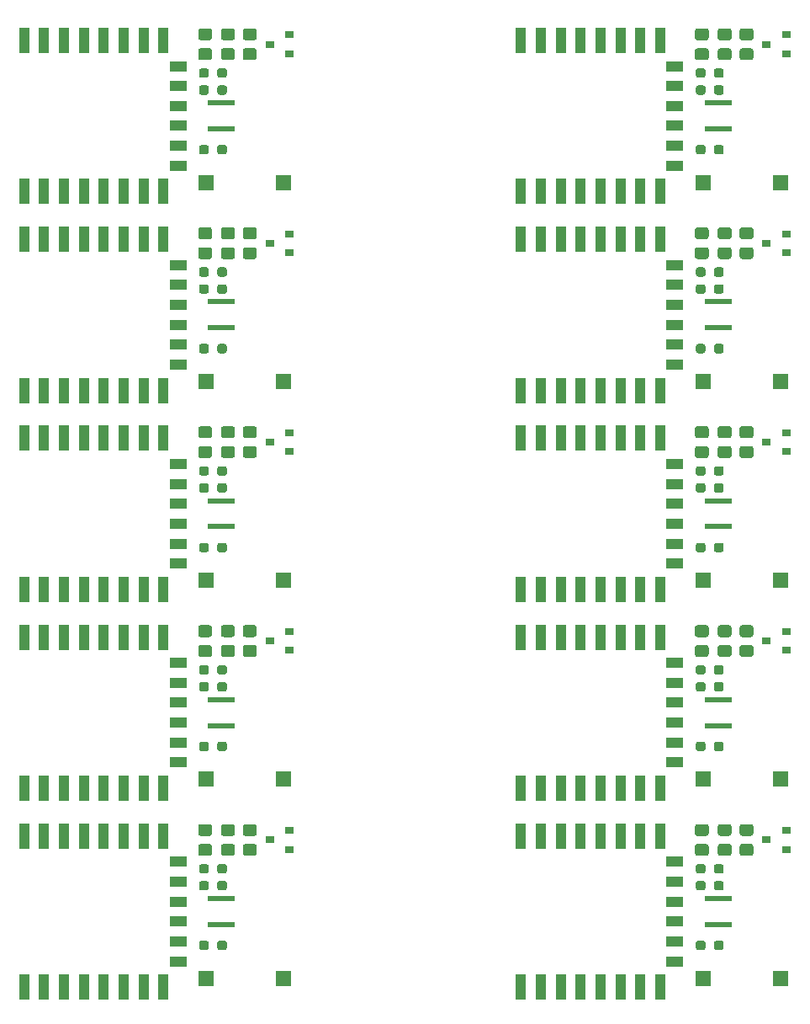
<source format=gbr>
%TF.GenerationSoftware,KiCad,Pcbnew,(5.1.9)-1*%
%TF.CreationDate,2021-12-30T17:23:27+01:00*%
%TF.ProjectId,IM350_AM550_T210_5V_V5.1,494d3335-305f-4414-9d35-35305f543231,rev?*%
%TF.SameCoordinates,Original*%
%TF.FileFunction,Paste,Top*%
%TF.FilePolarity,Positive*%
%FSLAX46Y46*%
G04 Gerber Fmt 4.6, Leading zero omitted, Abs format (unit mm)*
G04 Created by KiCad (PCBNEW (5.1.9)-1) date 2021-12-30 17:23:27*
%MOMM*%
%LPD*%
G01*
G04 APERTURE LIST*
%ADD10R,0.900000X0.800000*%
%ADD11R,1.000000X2.500000*%
%ADD12R,1.800000X1.000000*%
%ADD13R,1.500000X1.500000*%
%ADD14R,2.800000X0.600000*%
G04 APERTURE END LIST*
%TO.C,R1*%
G36*
G01*
X78175000Y-153162500D02*
X78175000Y-153637500D01*
G75*
G02*
X77937500Y-153875000I-237500J0D01*
G01*
X77437500Y-153875000D01*
G75*
G02*
X77200000Y-153637500I0J237500D01*
G01*
X77200000Y-153162500D01*
G75*
G02*
X77437500Y-152925000I237500J0D01*
G01*
X77937500Y-152925000D01*
G75*
G02*
X78175000Y-153162500I0J-237500D01*
G01*
G37*
G36*
G01*
X80000000Y-153162500D02*
X80000000Y-153637500D01*
G75*
G02*
X79762500Y-153875000I-237500J0D01*
G01*
X79262500Y-153875000D01*
G75*
G02*
X79025000Y-153637500I0J237500D01*
G01*
X79025000Y-153162500D01*
G75*
G02*
X79262500Y-152925000I237500J0D01*
G01*
X79762500Y-152925000D01*
G75*
G02*
X80000000Y-153162500I0J-237500D01*
G01*
G37*
%TD*%
%TO.C,R8*%
G36*
G01*
X81849999Y-143200000D02*
X82750001Y-143200000D01*
G75*
G02*
X83000000Y-143449999I0J-249999D01*
G01*
X83000000Y-144150001D01*
G75*
G02*
X82750001Y-144400000I-249999J0D01*
G01*
X81849999Y-144400000D01*
G75*
G02*
X81600000Y-144150001I0J249999D01*
G01*
X81600000Y-143449999D01*
G75*
G02*
X81849999Y-143200000I249999J0D01*
G01*
G37*
G36*
G01*
X81849999Y-141200000D02*
X82750001Y-141200000D01*
G75*
G02*
X83000000Y-141449999I0J-249999D01*
G01*
X83000000Y-142150001D01*
G75*
G02*
X82750001Y-142400000I-249999J0D01*
G01*
X81849999Y-142400000D01*
G75*
G02*
X81600000Y-142150001I0J249999D01*
G01*
X81600000Y-141449999D01*
G75*
G02*
X81849999Y-141200000I249999J0D01*
G01*
G37*
%TD*%
%TO.C,R3*%
G36*
G01*
X78250001Y-144400000D02*
X77349999Y-144400000D01*
G75*
G02*
X77100000Y-144150001I0J249999D01*
G01*
X77100000Y-143449999D01*
G75*
G02*
X77349999Y-143200000I249999J0D01*
G01*
X78250001Y-143200000D01*
G75*
G02*
X78500000Y-143449999I0J-249999D01*
G01*
X78500000Y-144150001D01*
G75*
G02*
X78250001Y-144400000I-249999J0D01*
G01*
G37*
G36*
G01*
X78250001Y-142400000D02*
X77349999Y-142400000D01*
G75*
G02*
X77100000Y-142150001I0J249999D01*
G01*
X77100000Y-141449999D01*
G75*
G02*
X77349999Y-141200000I249999J0D01*
G01*
X78250001Y-141200000D01*
G75*
G02*
X78500000Y-141449999I0J-249999D01*
G01*
X78500000Y-142150001D01*
G75*
G02*
X78250001Y-142400000I-249999J0D01*
G01*
G37*
%TD*%
D10*
%TO.C,Q1*%
X86300000Y-143750000D03*
X86300000Y-141850000D03*
X84300000Y-142800000D03*
%TD*%
%TO.C,Q1*%
X134300000Y-142800000D03*
X136300000Y-141850000D03*
X136300000Y-143750000D03*
%TD*%
%TO.C,R3*%
G36*
G01*
X128250001Y-142400000D02*
X127349999Y-142400000D01*
G75*
G02*
X127100000Y-142150001I0J249999D01*
G01*
X127100000Y-141449999D01*
G75*
G02*
X127349999Y-141200000I249999J0D01*
G01*
X128250001Y-141200000D01*
G75*
G02*
X128500000Y-141449999I0J-249999D01*
G01*
X128500000Y-142150001D01*
G75*
G02*
X128250001Y-142400000I-249999J0D01*
G01*
G37*
G36*
G01*
X128250001Y-144400000D02*
X127349999Y-144400000D01*
G75*
G02*
X127100000Y-144150001I0J249999D01*
G01*
X127100000Y-143449999D01*
G75*
G02*
X127349999Y-143200000I249999J0D01*
G01*
X128250001Y-143200000D01*
G75*
G02*
X128500000Y-143449999I0J-249999D01*
G01*
X128500000Y-144150001D01*
G75*
G02*
X128250001Y-144400000I-249999J0D01*
G01*
G37*
%TD*%
D11*
%TO.C,U2*%
X109600000Y-142400000D03*
X111600000Y-142400000D03*
X113600000Y-142400000D03*
X115600000Y-142400000D03*
X117600000Y-142400000D03*
X119600000Y-142400000D03*
X121600000Y-142400000D03*
X123600000Y-142400000D03*
D12*
X125100000Y-145000000D03*
X125100000Y-147000000D03*
X125100000Y-149000000D03*
X125100000Y-151000000D03*
X125100000Y-153000000D03*
X125100000Y-155000000D03*
D11*
X123600000Y-157600000D03*
X121600000Y-157600000D03*
X119600000Y-157600000D03*
X117600000Y-157600000D03*
X115600000Y-157600000D03*
X113600000Y-157600000D03*
X111600000Y-157600000D03*
X109600000Y-157600000D03*
%TD*%
%TO.C,R7*%
G36*
G01*
X127200000Y-147637500D02*
X127200000Y-147162500D01*
G75*
G02*
X127437500Y-146925000I237500J0D01*
G01*
X127937500Y-146925000D01*
G75*
G02*
X128175000Y-147162500I0J-237500D01*
G01*
X128175000Y-147637500D01*
G75*
G02*
X127937500Y-147875000I-237500J0D01*
G01*
X127437500Y-147875000D01*
G75*
G02*
X127200000Y-147637500I0J237500D01*
G01*
G37*
G36*
G01*
X129025000Y-147637500D02*
X129025000Y-147162500D01*
G75*
G02*
X129262500Y-146925000I237500J0D01*
G01*
X129762500Y-146925000D01*
G75*
G02*
X130000000Y-147162500I0J-237500D01*
G01*
X130000000Y-147637500D01*
G75*
G02*
X129762500Y-147875000I-237500J0D01*
G01*
X129262500Y-147875000D01*
G75*
G02*
X129025000Y-147637500I0J237500D01*
G01*
G37*
%TD*%
%TO.C,R9*%
G36*
G01*
X129649999Y-143200000D02*
X130550001Y-143200000D01*
G75*
G02*
X130800000Y-143449999I0J-249999D01*
G01*
X130800000Y-144150001D01*
G75*
G02*
X130550001Y-144400000I-249999J0D01*
G01*
X129649999Y-144400000D01*
G75*
G02*
X129400000Y-144150001I0J249999D01*
G01*
X129400000Y-143449999D01*
G75*
G02*
X129649999Y-143200000I249999J0D01*
G01*
G37*
G36*
G01*
X129649999Y-141200000D02*
X130550001Y-141200000D01*
G75*
G02*
X130800000Y-141449999I0J-249999D01*
G01*
X130800000Y-142150001D01*
G75*
G02*
X130550001Y-142400000I-249999J0D01*
G01*
X129649999Y-142400000D01*
G75*
G02*
X129400000Y-142150001I0J249999D01*
G01*
X129400000Y-141449999D01*
G75*
G02*
X129649999Y-141200000I249999J0D01*
G01*
G37*
%TD*%
%TO.C,R2*%
G36*
G01*
X128175000Y-145462500D02*
X128175000Y-145937500D01*
G75*
G02*
X127937500Y-146175000I-237500J0D01*
G01*
X127437500Y-146175000D01*
G75*
G02*
X127200000Y-145937500I0J237500D01*
G01*
X127200000Y-145462500D01*
G75*
G02*
X127437500Y-145225000I237500J0D01*
G01*
X127937500Y-145225000D01*
G75*
G02*
X128175000Y-145462500I0J-237500D01*
G01*
G37*
G36*
G01*
X130000000Y-145462500D02*
X130000000Y-145937500D01*
G75*
G02*
X129762500Y-146175000I-237500J0D01*
G01*
X129262500Y-146175000D01*
G75*
G02*
X129025000Y-145937500I0J237500D01*
G01*
X129025000Y-145462500D01*
G75*
G02*
X129262500Y-145225000I237500J0D01*
G01*
X129762500Y-145225000D01*
G75*
G02*
X130000000Y-145462500I0J-237500D01*
G01*
G37*
%TD*%
%TO.C,R7*%
G36*
G01*
X79025000Y-147637500D02*
X79025000Y-147162500D01*
G75*
G02*
X79262500Y-146925000I237500J0D01*
G01*
X79762500Y-146925000D01*
G75*
G02*
X80000000Y-147162500I0J-237500D01*
G01*
X80000000Y-147637500D01*
G75*
G02*
X79762500Y-147875000I-237500J0D01*
G01*
X79262500Y-147875000D01*
G75*
G02*
X79025000Y-147637500I0J237500D01*
G01*
G37*
G36*
G01*
X77200000Y-147637500D02*
X77200000Y-147162500D01*
G75*
G02*
X77437500Y-146925000I237500J0D01*
G01*
X77937500Y-146925000D01*
G75*
G02*
X78175000Y-147162500I0J-237500D01*
G01*
X78175000Y-147637500D01*
G75*
G02*
X77937500Y-147875000I-237500J0D01*
G01*
X77437500Y-147875000D01*
G75*
G02*
X77200000Y-147637500I0J237500D01*
G01*
G37*
%TD*%
%TO.C,R2*%
G36*
G01*
X80000000Y-145462500D02*
X80000000Y-145937500D01*
G75*
G02*
X79762500Y-146175000I-237500J0D01*
G01*
X79262500Y-146175000D01*
G75*
G02*
X79025000Y-145937500I0J237500D01*
G01*
X79025000Y-145462500D01*
G75*
G02*
X79262500Y-145225000I237500J0D01*
G01*
X79762500Y-145225000D01*
G75*
G02*
X80000000Y-145462500I0J-237500D01*
G01*
G37*
G36*
G01*
X78175000Y-145462500D02*
X78175000Y-145937500D01*
G75*
G02*
X77937500Y-146175000I-237500J0D01*
G01*
X77437500Y-146175000D01*
G75*
G02*
X77200000Y-145937500I0J237500D01*
G01*
X77200000Y-145462500D01*
G75*
G02*
X77437500Y-145225000I237500J0D01*
G01*
X77937500Y-145225000D01*
G75*
G02*
X78175000Y-145462500I0J-237500D01*
G01*
G37*
%TD*%
%TO.C,U2*%
X59600000Y-157600000D03*
X61600000Y-157600000D03*
X63600000Y-157600000D03*
X65600000Y-157600000D03*
X67600000Y-157600000D03*
X69600000Y-157600000D03*
X71600000Y-157600000D03*
X73600000Y-157600000D03*
D12*
X75100000Y-155000000D03*
X75100000Y-153000000D03*
X75100000Y-151000000D03*
X75100000Y-149000000D03*
X75100000Y-147000000D03*
X75100000Y-145000000D03*
D11*
X73600000Y-142400000D03*
X71600000Y-142400000D03*
X69600000Y-142400000D03*
X67600000Y-142400000D03*
X65600000Y-142400000D03*
X63600000Y-142400000D03*
X61600000Y-142400000D03*
X59600000Y-142400000D03*
%TD*%
%TO.C,R1*%
G36*
G01*
X130000000Y-153162500D02*
X130000000Y-153637500D01*
G75*
G02*
X129762500Y-153875000I-237500J0D01*
G01*
X129262500Y-153875000D01*
G75*
G02*
X129025000Y-153637500I0J237500D01*
G01*
X129025000Y-153162500D01*
G75*
G02*
X129262500Y-152925000I237500J0D01*
G01*
X129762500Y-152925000D01*
G75*
G02*
X130000000Y-153162500I0J-237500D01*
G01*
G37*
G36*
G01*
X128175000Y-153162500D02*
X128175000Y-153637500D01*
G75*
G02*
X127937500Y-153875000I-237500J0D01*
G01*
X127437500Y-153875000D01*
G75*
G02*
X127200000Y-153637500I0J237500D01*
G01*
X127200000Y-153162500D01*
G75*
G02*
X127437500Y-152925000I237500J0D01*
G01*
X127937500Y-152925000D01*
G75*
G02*
X128175000Y-153162500I0J-237500D01*
G01*
G37*
%TD*%
D13*
%TO.C,SW1*%
X127900000Y-156700000D03*
X135700000Y-156700000D03*
%TD*%
D14*
%TO.C,J1*%
X129450000Y-151300000D03*
X129450000Y-148700000D03*
%TD*%
%TO.C,R9*%
G36*
G01*
X79649999Y-141200000D02*
X80550001Y-141200000D01*
G75*
G02*
X80800000Y-141449999I0J-249999D01*
G01*
X80800000Y-142150001D01*
G75*
G02*
X80550001Y-142400000I-249999J0D01*
G01*
X79649999Y-142400000D01*
G75*
G02*
X79400000Y-142150001I0J249999D01*
G01*
X79400000Y-141449999D01*
G75*
G02*
X79649999Y-141200000I249999J0D01*
G01*
G37*
G36*
G01*
X79649999Y-143200000D02*
X80550001Y-143200000D01*
G75*
G02*
X80800000Y-143449999I0J-249999D01*
G01*
X80800000Y-144150001D01*
G75*
G02*
X80550001Y-144400000I-249999J0D01*
G01*
X79649999Y-144400000D01*
G75*
G02*
X79400000Y-144150001I0J249999D01*
G01*
X79400000Y-143449999D01*
G75*
G02*
X79649999Y-143200000I249999J0D01*
G01*
G37*
%TD*%
%TO.C,R8*%
G36*
G01*
X131849999Y-141200000D02*
X132750001Y-141200000D01*
G75*
G02*
X133000000Y-141449999I0J-249999D01*
G01*
X133000000Y-142150001D01*
G75*
G02*
X132750001Y-142400000I-249999J0D01*
G01*
X131849999Y-142400000D01*
G75*
G02*
X131600000Y-142150001I0J249999D01*
G01*
X131600000Y-141449999D01*
G75*
G02*
X131849999Y-141200000I249999J0D01*
G01*
G37*
G36*
G01*
X131849999Y-143200000D02*
X132750001Y-143200000D01*
G75*
G02*
X133000000Y-143449999I0J-249999D01*
G01*
X133000000Y-144150001D01*
G75*
G02*
X132750001Y-144400000I-249999J0D01*
G01*
X131849999Y-144400000D01*
G75*
G02*
X131600000Y-144150001I0J249999D01*
G01*
X131600000Y-143449999D01*
G75*
G02*
X131849999Y-143200000I249999J0D01*
G01*
G37*
%TD*%
%TO.C,J1*%
X79450000Y-148700000D03*
X79450000Y-151300000D03*
%TD*%
D13*
%TO.C,SW1*%
X85700000Y-156700000D03*
X77900000Y-156700000D03*
%TD*%
D10*
%TO.C,Q1*%
X136300000Y-123750000D03*
X136300000Y-121850000D03*
X134300000Y-122800000D03*
%TD*%
%TO.C,R3*%
G36*
G01*
X128250001Y-124400000D02*
X127349999Y-124400000D01*
G75*
G02*
X127100000Y-124150001I0J249999D01*
G01*
X127100000Y-123449999D01*
G75*
G02*
X127349999Y-123200000I249999J0D01*
G01*
X128250001Y-123200000D01*
G75*
G02*
X128500000Y-123449999I0J-249999D01*
G01*
X128500000Y-124150001D01*
G75*
G02*
X128250001Y-124400000I-249999J0D01*
G01*
G37*
G36*
G01*
X128250001Y-122400000D02*
X127349999Y-122400000D01*
G75*
G02*
X127100000Y-122150001I0J249999D01*
G01*
X127100000Y-121449999D01*
G75*
G02*
X127349999Y-121200000I249999J0D01*
G01*
X128250001Y-121200000D01*
G75*
G02*
X128500000Y-121449999I0J-249999D01*
G01*
X128500000Y-122150001D01*
G75*
G02*
X128250001Y-122400000I-249999J0D01*
G01*
G37*
%TD*%
%TO.C,R9*%
G36*
G01*
X79649999Y-123200000D02*
X80550001Y-123200000D01*
G75*
G02*
X80800000Y-123449999I0J-249999D01*
G01*
X80800000Y-124150001D01*
G75*
G02*
X80550001Y-124400000I-249999J0D01*
G01*
X79649999Y-124400000D01*
G75*
G02*
X79400000Y-124150001I0J249999D01*
G01*
X79400000Y-123449999D01*
G75*
G02*
X79649999Y-123200000I249999J0D01*
G01*
G37*
G36*
G01*
X79649999Y-121200000D02*
X80550001Y-121200000D01*
G75*
G02*
X80800000Y-121449999I0J-249999D01*
G01*
X80800000Y-122150001D01*
G75*
G02*
X80550001Y-122400000I-249999J0D01*
G01*
X79649999Y-122400000D01*
G75*
G02*
X79400000Y-122150001I0J249999D01*
G01*
X79400000Y-121449999D01*
G75*
G02*
X79649999Y-121200000I249999J0D01*
G01*
G37*
%TD*%
D13*
%TO.C,SW1*%
X135700000Y-136700000D03*
X127900000Y-136700000D03*
%TD*%
%TO.C,R7*%
G36*
G01*
X129025000Y-127637500D02*
X129025000Y-127162500D01*
G75*
G02*
X129262500Y-126925000I237500J0D01*
G01*
X129762500Y-126925000D01*
G75*
G02*
X130000000Y-127162500I0J-237500D01*
G01*
X130000000Y-127637500D01*
G75*
G02*
X129762500Y-127875000I-237500J0D01*
G01*
X129262500Y-127875000D01*
G75*
G02*
X129025000Y-127637500I0J237500D01*
G01*
G37*
G36*
G01*
X127200000Y-127637500D02*
X127200000Y-127162500D01*
G75*
G02*
X127437500Y-126925000I237500J0D01*
G01*
X127937500Y-126925000D01*
G75*
G02*
X128175000Y-127162500I0J-237500D01*
G01*
X128175000Y-127637500D01*
G75*
G02*
X127937500Y-127875000I-237500J0D01*
G01*
X127437500Y-127875000D01*
G75*
G02*
X127200000Y-127637500I0J237500D01*
G01*
G37*
%TD*%
%TO.C,R2*%
G36*
G01*
X130000000Y-125462500D02*
X130000000Y-125937500D01*
G75*
G02*
X129762500Y-126175000I-237500J0D01*
G01*
X129262500Y-126175000D01*
G75*
G02*
X129025000Y-125937500I0J237500D01*
G01*
X129025000Y-125462500D01*
G75*
G02*
X129262500Y-125225000I237500J0D01*
G01*
X129762500Y-125225000D01*
G75*
G02*
X130000000Y-125462500I0J-237500D01*
G01*
G37*
G36*
G01*
X128175000Y-125462500D02*
X128175000Y-125937500D01*
G75*
G02*
X127937500Y-126175000I-237500J0D01*
G01*
X127437500Y-126175000D01*
G75*
G02*
X127200000Y-125937500I0J237500D01*
G01*
X127200000Y-125462500D01*
G75*
G02*
X127437500Y-125225000I237500J0D01*
G01*
X127937500Y-125225000D01*
G75*
G02*
X128175000Y-125462500I0J-237500D01*
G01*
G37*
%TD*%
%TO.C,R1*%
G36*
G01*
X128175000Y-133162500D02*
X128175000Y-133637500D01*
G75*
G02*
X127937500Y-133875000I-237500J0D01*
G01*
X127437500Y-133875000D01*
G75*
G02*
X127200000Y-133637500I0J237500D01*
G01*
X127200000Y-133162500D01*
G75*
G02*
X127437500Y-132925000I237500J0D01*
G01*
X127937500Y-132925000D01*
G75*
G02*
X128175000Y-133162500I0J-237500D01*
G01*
G37*
G36*
G01*
X130000000Y-133162500D02*
X130000000Y-133637500D01*
G75*
G02*
X129762500Y-133875000I-237500J0D01*
G01*
X129262500Y-133875000D01*
G75*
G02*
X129025000Y-133637500I0J237500D01*
G01*
X129025000Y-133162500D01*
G75*
G02*
X129262500Y-132925000I237500J0D01*
G01*
X129762500Y-132925000D01*
G75*
G02*
X130000000Y-133162500I0J-237500D01*
G01*
G37*
%TD*%
D14*
%TO.C,J1*%
X129450000Y-128700000D03*
X129450000Y-131300000D03*
%TD*%
%TO.C,R9*%
G36*
G01*
X129649999Y-121200000D02*
X130550001Y-121200000D01*
G75*
G02*
X130800000Y-121449999I0J-249999D01*
G01*
X130800000Y-122150001D01*
G75*
G02*
X130550001Y-122400000I-249999J0D01*
G01*
X129649999Y-122400000D01*
G75*
G02*
X129400000Y-122150001I0J249999D01*
G01*
X129400000Y-121449999D01*
G75*
G02*
X129649999Y-121200000I249999J0D01*
G01*
G37*
G36*
G01*
X129649999Y-123200000D02*
X130550001Y-123200000D01*
G75*
G02*
X130800000Y-123449999I0J-249999D01*
G01*
X130800000Y-124150001D01*
G75*
G02*
X130550001Y-124400000I-249999J0D01*
G01*
X129649999Y-124400000D01*
G75*
G02*
X129400000Y-124150001I0J249999D01*
G01*
X129400000Y-123449999D01*
G75*
G02*
X129649999Y-123200000I249999J0D01*
G01*
G37*
%TD*%
D11*
%TO.C,U2*%
X109600000Y-137600000D03*
X111600000Y-137600000D03*
X113600000Y-137600000D03*
X115600000Y-137600000D03*
X117600000Y-137600000D03*
X119600000Y-137600000D03*
X121600000Y-137600000D03*
X123600000Y-137600000D03*
D12*
X125100000Y-135000000D03*
X125100000Y-133000000D03*
X125100000Y-131000000D03*
X125100000Y-129000000D03*
X125100000Y-127000000D03*
X125100000Y-125000000D03*
D11*
X123600000Y-122400000D03*
X121600000Y-122400000D03*
X119600000Y-122400000D03*
X117600000Y-122400000D03*
X115600000Y-122400000D03*
X113600000Y-122400000D03*
X111600000Y-122400000D03*
X109600000Y-122400000D03*
%TD*%
%TO.C,R8*%
G36*
G01*
X131849999Y-123200000D02*
X132750001Y-123200000D01*
G75*
G02*
X133000000Y-123449999I0J-249999D01*
G01*
X133000000Y-124150001D01*
G75*
G02*
X132750001Y-124400000I-249999J0D01*
G01*
X131849999Y-124400000D01*
G75*
G02*
X131600000Y-124150001I0J249999D01*
G01*
X131600000Y-123449999D01*
G75*
G02*
X131849999Y-123200000I249999J0D01*
G01*
G37*
G36*
G01*
X131849999Y-121200000D02*
X132750001Y-121200000D01*
G75*
G02*
X133000000Y-121449999I0J-249999D01*
G01*
X133000000Y-122150001D01*
G75*
G02*
X132750001Y-122400000I-249999J0D01*
G01*
X131849999Y-122400000D01*
G75*
G02*
X131600000Y-122150001I0J249999D01*
G01*
X131600000Y-121449999D01*
G75*
G02*
X131849999Y-121200000I249999J0D01*
G01*
G37*
%TD*%
%TO.C,R7*%
G36*
G01*
X77200000Y-127637500D02*
X77200000Y-127162500D01*
G75*
G02*
X77437500Y-126925000I237500J0D01*
G01*
X77937500Y-126925000D01*
G75*
G02*
X78175000Y-127162500I0J-237500D01*
G01*
X78175000Y-127637500D01*
G75*
G02*
X77937500Y-127875000I-237500J0D01*
G01*
X77437500Y-127875000D01*
G75*
G02*
X77200000Y-127637500I0J237500D01*
G01*
G37*
G36*
G01*
X79025000Y-127637500D02*
X79025000Y-127162500D01*
G75*
G02*
X79262500Y-126925000I237500J0D01*
G01*
X79762500Y-126925000D01*
G75*
G02*
X80000000Y-127162500I0J-237500D01*
G01*
X80000000Y-127637500D01*
G75*
G02*
X79762500Y-127875000I-237500J0D01*
G01*
X79262500Y-127875000D01*
G75*
G02*
X79025000Y-127637500I0J237500D01*
G01*
G37*
%TD*%
%TO.C,U2*%
X59600000Y-122400000D03*
X61600000Y-122400000D03*
X63600000Y-122400000D03*
X65600000Y-122400000D03*
X67600000Y-122400000D03*
X69600000Y-122400000D03*
X71600000Y-122400000D03*
X73600000Y-122400000D03*
D12*
X75100000Y-125000000D03*
X75100000Y-127000000D03*
X75100000Y-129000000D03*
X75100000Y-131000000D03*
X75100000Y-133000000D03*
X75100000Y-135000000D03*
D11*
X73600000Y-137600000D03*
X71600000Y-137600000D03*
X69600000Y-137600000D03*
X67600000Y-137600000D03*
X65600000Y-137600000D03*
X63600000Y-137600000D03*
X61600000Y-137600000D03*
X59600000Y-137600000D03*
%TD*%
%TO.C,R2*%
G36*
G01*
X78175000Y-125462500D02*
X78175000Y-125937500D01*
G75*
G02*
X77937500Y-126175000I-237500J0D01*
G01*
X77437500Y-126175000D01*
G75*
G02*
X77200000Y-125937500I0J237500D01*
G01*
X77200000Y-125462500D01*
G75*
G02*
X77437500Y-125225000I237500J0D01*
G01*
X77937500Y-125225000D01*
G75*
G02*
X78175000Y-125462500I0J-237500D01*
G01*
G37*
G36*
G01*
X80000000Y-125462500D02*
X80000000Y-125937500D01*
G75*
G02*
X79762500Y-126175000I-237500J0D01*
G01*
X79262500Y-126175000D01*
G75*
G02*
X79025000Y-125937500I0J237500D01*
G01*
X79025000Y-125462500D01*
G75*
G02*
X79262500Y-125225000I237500J0D01*
G01*
X79762500Y-125225000D01*
G75*
G02*
X80000000Y-125462500I0J-237500D01*
G01*
G37*
%TD*%
D13*
%TO.C,SW1*%
X77900000Y-136700000D03*
X85700000Y-136700000D03*
%TD*%
D14*
%TO.C,J1*%
X79450000Y-131300000D03*
X79450000Y-128700000D03*
%TD*%
%TO.C,R8*%
G36*
G01*
X81849999Y-121200000D02*
X82750001Y-121200000D01*
G75*
G02*
X83000000Y-121449999I0J-249999D01*
G01*
X83000000Y-122150001D01*
G75*
G02*
X82750001Y-122400000I-249999J0D01*
G01*
X81849999Y-122400000D01*
G75*
G02*
X81600000Y-122150001I0J249999D01*
G01*
X81600000Y-121449999D01*
G75*
G02*
X81849999Y-121200000I249999J0D01*
G01*
G37*
G36*
G01*
X81849999Y-123200000D02*
X82750001Y-123200000D01*
G75*
G02*
X83000000Y-123449999I0J-249999D01*
G01*
X83000000Y-124150001D01*
G75*
G02*
X82750001Y-124400000I-249999J0D01*
G01*
X81849999Y-124400000D01*
G75*
G02*
X81600000Y-124150001I0J249999D01*
G01*
X81600000Y-123449999D01*
G75*
G02*
X81849999Y-123200000I249999J0D01*
G01*
G37*
%TD*%
%TO.C,R1*%
G36*
G01*
X80000000Y-133162500D02*
X80000000Y-133637500D01*
G75*
G02*
X79762500Y-133875000I-237500J0D01*
G01*
X79262500Y-133875000D01*
G75*
G02*
X79025000Y-133637500I0J237500D01*
G01*
X79025000Y-133162500D01*
G75*
G02*
X79262500Y-132925000I237500J0D01*
G01*
X79762500Y-132925000D01*
G75*
G02*
X80000000Y-133162500I0J-237500D01*
G01*
G37*
G36*
G01*
X78175000Y-133162500D02*
X78175000Y-133637500D01*
G75*
G02*
X77937500Y-133875000I-237500J0D01*
G01*
X77437500Y-133875000D01*
G75*
G02*
X77200000Y-133637500I0J237500D01*
G01*
X77200000Y-133162500D01*
G75*
G02*
X77437500Y-132925000I237500J0D01*
G01*
X77937500Y-132925000D01*
G75*
G02*
X78175000Y-133162500I0J-237500D01*
G01*
G37*
%TD*%
%TO.C,R3*%
G36*
G01*
X78250001Y-122400000D02*
X77349999Y-122400000D01*
G75*
G02*
X77100000Y-122150001I0J249999D01*
G01*
X77100000Y-121449999D01*
G75*
G02*
X77349999Y-121200000I249999J0D01*
G01*
X78250001Y-121200000D01*
G75*
G02*
X78500000Y-121449999I0J-249999D01*
G01*
X78500000Y-122150001D01*
G75*
G02*
X78250001Y-122400000I-249999J0D01*
G01*
G37*
G36*
G01*
X78250001Y-124400000D02*
X77349999Y-124400000D01*
G75*
G02*
X77100000Y-124150001I0J249999D01*
G01*
X77100000Y-123449999D01*
G75*
G02*
X77349999Y-123200000I249999J0D01*
G01*
X78250001Y-123200000D01*
G75*
G02*
X78500000Y-123449999I0J-249999D01*
G01*
X78500000Y-124150001D01*
G75*
G02*
X78250001Y-124400000I-249999J0D01*
G01*
G37*
%TD*%
D10*
%TO.C,Q1*%
X84300000Y-122800000D03*
X86300000Y-121850000D03*
X86300000Y-123750000D03*
%TD*%
%TO.C,R2*%
G36*
G01*
X80000000Y-105462500D02*
X80000000Y-105937500D01*
G75*
G02*
X79762500Y-106175000I-237500J0D01*
G01*
X79262500Y-106175000D01*
G75*
G02*
X79025000Y-105937500I0J237500D01*
G01*
X79025000Y-105462500D01*
G75*
G02*
X79262500Y-105225000I237500J0D01*
G01*
X79762500Y-105225000D01*
G75*
G02*
X80000000Y-105462500I0J-237500D01*
G01*
G37*
G36*
G01*
X78175000Y-105462500D02*
X78175000Y-105937500D01*
G75*
G02*
X77937500Y-106175000I-237500J0D01*
G01*
X77437500Y-106175000D01*
G75*
G02*
X77200000Y-105937500I0J237500D01*
G01*
X77200000Y-105462500D01*
G75*
G02*
X77437500Y-105225000I237500J0D01*
G01*
X77937500Y-105225000D01*
G75*
G02*
X78175000Y-105462500I0J-237500D01*
G01*
G37*
%TD*%
D13*
%TO.C,SW1*%
X85700000Y-116700000D03*
X77900000Y-116700000D03*
%TD*%
D14*
%TO.C,J1*%
X79450000Y-108700000D03*
X79450000Y-111300000D03*
%TD*%
%TO.C,R8*%
G36*
G01*
X81849999Y-103200000D02*
X82750001Y-103200000D01*
G75*
G02*
X83000000Y-103449999I0J-249999D01*
G01*
X83000000Y-104150001D01*
G75*
G02*
X82750001Y-104400000I-249999J0D01*
G01*
X81849999Y-104400000D01*
G75*
G02*
X81600000Y-104150001I0J249999D01*
G01*
X81600000Y-103449999D01*
G75*
G02*
X81849999Y-103200000I249999J0D01*
G01*
G37*
G36*
G01*
X81849999Y-101200000D02*
X82750001Y-101200000D01*
G75*
G02*
X83000000Y-101449999I0J-249999D01*
G01*
X83000000Y-102150001D01*
G75*
G02*
X82750001Y-102400000I-249999J0D01*
G01*
X81849999Y-102400000D01*
G75*
G02*
X81600000Y-102150001I0J249999D01*
G01*
X81600000Y-101449999D01*
G75*
G02*
X81849999Y-101200000I249999J0D01*
G01*
G37*
%TD*%
%TO.C,R7*%
G36*
G01*
X79025000Y-107637500D02*
X79025000Y-107162500D01*
G75*
G02*
X79262500Y-106925000I237500J0D01*
G01*
X79762500Y-106925000D01*
G75*
G02*
X80000000Y-107162500I0J-237500D01*
G01*
X80000000Y-107637500D01*
G75*
G02*
X79762500Y-107875000I-237500J0D01*
G01*
X79262500Y-107875000D01*
G75*
G02*
X79025000Y-107637500I0J237500D01*
G01*
G37*
G36*
G01*
X77200000Y-107637500D02*
X77200000Y-107162500D01*
G75*
G02*
X77437500Y-106925000I237500J0D01*
G01*
X77937500Y-106925000D01*
G75*
G02*
X78175000Y-107162500I0J-237500D01*
G01*
X78175000Y-107637500D01*
G75*
G02*
X77937500Y-107875000I-237500J0D01*
G01*
X77437500Y-107875000D01*
G75*
G02*
X77200000Y-107637500I0J237500D01*
G01*
G37*
%TD*%
D11*
%TO.C,U2*%
X59600000Y-117600000D03*
X61600000Y-117600000D03*
X63600000Y-117600000D03*
X65600000Y-117600000D03*
X67600000Y-117600000D03*
X69600000Y-117600000D03*
X71600000Y-117600000D03*
X73600000Y-117600000D03*
D12*
X75100000Y-115000000D03*
X75100000Y-113000000D03*
X75100000Y-111000000D03*
X75100000Y-109000000D03*
X75100000Y-107000000D03*
X75100000Y-105000000D03*
D11*
X73600000Y-102400000D03*
X71600000Y-102400000D03*
X69600000Y-102400000D03*
X67600000Y-102400000D03*
X65600000Y-102400000D03*
X63600000Y-102400000D03*
X61600000Y-102400000D03*
X59600000Y-102400000D03*
%TD*%
%TO.C,R1*%
G36*
G01*
X78175000Y-113162500D02*
X78175000Y-113637500D01*
G75*
G02*
X77937500Y-113875000I-237500J0D01*
G01*
X77437500Y-113875000D01*
G75*
G02*
X77200000Y-113637500I0J237500D01*
G01*
X77200000Y-113162500D01*
G75*
G02*
X77437500Y-112925000I237500J0D01*
G01*
X77937500Y-112925000D01*
G75*
G02*
X78175000Y-113162500I0J-237500D01*
G01*
G37*
G36*
G01*
X80000000Y-113162500D02*
X80000000Y-113637500D01*
G75*
G02*
X79762500Y-113875000I-237500J0D01*
G01*
X79262500Y-113875000D01*
G75*
G02*
X79025000Y-113637500I0J237500D01*
G01*
X79025000Y-113162500D01*
G75*
G02*
X79262500Y-112925000I237500J0D01*
G01*
X79762500Y-112925000D01*
G75*
G02*
X80000000Y-113162500I0J-237500D01*
G01*
G37*
%TD*%
%TO.C,R3*%
G36*
G01*
X78250001Y-104400000D02*
X77349999Y-104400000D01*
G75*
G02*
X77100000Y-104150001I0J249999D01*
G01*
X77100000Y-103449999D01*
G75*
G02*
X77349999Y-103200000I249999J0D01*
G01*
X78250001Y-103200000D01*
G75*
G02*
X78500000Y-103449999I0J-249999D01*
G01*
X78500000Y-104150001D01*
G75*
G02*
X78250001Y-104400000I-249999J0D01*
G01*
G37*
G36*
G01*
X78250001Y-102400000D02*
X77349999Y-102400000D01*
G75*
G02*
X77100000Y-102150001I0J249999D01*
G01*
X77100000Y-101449999D01*
G75*
G02*
X77349999Y-101200000I249999J0D01*
G01*
X78250001Y-101200000D01*
G75*
G02*
X78500000Y-101449999I0J-249999D01*
G01*
X78500000Y-102150001D01*
G75*
G02*
X78250001Y-102400000I-249999J0D01*
G01*
G37*
%TD*%
D10*
%TO.C,Q1*%
X86300000Y-103750000D03*
X86300000Y-101850000D03*
X84300000Y-102800000D03*
%TD*%
%TO.C,R9*%
G36*
G01*
X79649999Y-101200000D02*
X80550001Y-101200000D01*
G75*
G02*
X80800000Y-101449999I0J-249999D01*
G01*
X80800000Y-102150001D01*
G75*
G02*
X80550001Y-102400000I-249999J0D01*
G01*
X79649999Y-102400000D01*
G75*
G02*
X79400000Y-102150001I0J249999D01*
G01*
X79400000Y-101449999D01*
G75*
G02*
X79649999Y-101200000I249999J0D01*
G01*
G37*
G36*
G01*
X79649999Y-103200000D02*
X80550001Y-103200000D01*
G75*
G02*
X80800000Y-103449999I0J-249999D01*
G01*
X80800000Y-104150001D01*
G75*
G02*
X80550001Y-104400000I-249999J0D01*
G01*
X79649999Y-104400000D01*
G75*
G02*
X79400000Y-104150001I0J249999D01*
G01*
X79400000Y-103449999D01*
G75*
G02*
X79649999Y-103200000I249999J0D01*
G01*
G37*
%TD*%
%TO.C,R3*%
G36*
G01*
X128250001Y-102400000D02*
X127349999Y-102400000D01*
G75*
G02*
X127100000Y-102150001I0J249999D01*
G01*
X127100000Y-101449999D01*
G75*
G02*
X127349999Y-101200000I249999J0D01*
G01*
X128250001Y-101200000D01*
G75*
G02*
X128500000Y-101449999I0J-249999D01*
G01*
X128500000Y-102150001D01*
G75*
G02*
X128250001Y-102400000I-249999J0D01*
G01*
G37*
G36*
G01*
X128250001Y-104400000D02*
X127349999Y-104400000D01*
G75*
G02*
X127100000Y-104150001I0J249999D01*
G01*
X127100000Y-103449999D01*
G75*
G02*
X127349999Y-103200000I249999J0D01*
G01*
X128250001Y-103200000D01*
G75*
G02*
X128500000Y-103449999I0J-249999D01*
G01*
X128500000Y-104150001D01*
G75*
G02*
X128250001Y-104400000I-249999J0D01*
G01*
G37*
%TD*%
%TO.C,Q1*%
X134300000Y-102800000D03*
X136300000Y-101850000D03*
X136300000Y-103750000D03*
%TD*%
D13*
%TO.C,SW1*%
X127900000Y-116700000D03*
X135700000Y-116700000D03*
%TD*%
%TO.C,R2*%
G36*
G01*
X128175000Y-105462500D02*
X128175000Y-105937500D01*
G75*
G02*
X127937500Y-106175000I-237500J0D01*
G01*
X127437500Y-106175000D01*
G75*
G02*
X127200000Y-105937500I0J237500D01*
G01*
X127200000Y-105462500D01*
G75*
G02*
X127437500Y-105225000I237500J0D01*
G01*
X127937500Y-105225000D01*
G75*
G02*
X128175000Y-105462500I0J-237500D01*
G01*
G37*
G36*
G01*
X130000000Y-105462500D02*
X130000000Y-105937500D01*
G75*
G02*
X129762500Y-106175000I-237500J0D01*
G01*
X129262500Y-106175000D01*
G75*
G02*
X129025000Y-105937500I0J237500D01*
G01*
X129025000Y-105462500D01*
G75*
G02*
X129262500Y-105225000I237500J0D01*
G01*
X129762500Y-105225000D01*
G75*
G02*
X130000000Y-105462500I0J-237500D01*
G01*
G37*
%TD*%
%TO.C,R1*%
G36*
G01*
X130000000Y-113162500D02*
X130000000Y-113637500D01*
G75*
G02*
X129762500Y-113875000I-237500J0D01*
G01*
X129262500Y-113875000D01*
G75*
G02*
X129025000Y-113637500I0J237500D01*
G01*
X129025000Y-113162500D01*
G75*
G02*
X129262500Y-112925000I237500J0D01*
G01*
X129762500Y-112925000D01*
G75*
G02*
X130000000Y-113162500I0J-237500D01*
G01*
G37*
G36*
G01*
X128175000Y-113162500D02*
X128175000Y-113637500D01*
G75*
G02*
X127937500Y-113875000I-237500J0D01*
G01*
X127437500Y-113875000D01*
G75*
G02*
X127200000Y-113637500I0J237500D01*
G01*
X127200000Y-113162500D01*
G75*
G02*
X127437500Y-112925000I237500J0D01*
G01*
X127937500Y-112925000D01*
G75*
G02*
X128175000Y-113162500I0J-237500D01*
G01*
G37*
%TD*%
D14*
%TO.C,J1*%
X129450000Y-111300000D03*
X129450000Y-108700000D03*
%TD*%
%TO.C,R7*%
G36*
G01*
X127200000Y-107637500D02*
X127200000Y-107162500D01*
G75*
G02*
X127437500Y-106925000I237500J0D01*
G01*
X127937500Y-106925000D01*
G75*
G02*
X128175000Y-107162500I0J-237500D01*
G01*
X128175000Y-107637500D01*
G75*
G02*
X127937500Y-107875000I-237500J0D01*
G01*
X127437500Y-107875000D01*
G75*
G02*
X127200000Y-107637500I0J237500D01*
G01*
G37*
G36*
G01*
X129025000Y-107637500D02*
X129025000Y-107162500D01*
G75*
G02*
X129262500Y-106925000I237500J0D01*
G01*
X129762500Y-106925000D01*
G75*
G02*
X130000000Y-107162500I0J-237500D01*
G01*
X130000000Y-107637500D01*
G75*
G02*
X129762500Y-107875000I-237500J0D01*
G01*
X129262500Y-107875000D01*
G75*
G02*
X129025000Y-107637500I0J237500D01*
G01*
G37*
%TD*%
D11*
%TO.C,U2*%
X109600000Y-102400000D03*
X111600000Y-102400000D03*
X113600000Y-102400000D03*
X115600000Y-102400000D03*
X117600000Y-102400000D03*
X119600000Y-102400000D03*
X121600000Y-102400000D03*
X123600000Y-102400000D03*
D12*
X125100000Y-105000000D03*
X125100000Y-107000000D03*
X125100000Y-109000000D03*
X125100000Y-111000000D03*
X125100000Y-113000000D03*
X125100000Y-115000000D03*
D11*
X123600000Y-117600000D03*
X121600000Y-117600000D03*
X119600000Y-117600000D03*
X117600000Y-117600000D03*
X115600000Y-117600000D03*
X113600000Y-117600000D03*
X111600000Y-117600000D03*
X109600000Y-117600000D03*
%TD*%
%TO.C,R9*%
G36*
G01*
X129649999Y-103200000D02*
X130550001Y-103200000D01*
G75*
G02*
X130800000Y-103449999I0J-249999D01*
G01*
X130800000Y-104150001D01*
G75*
G02*
X130550001Y-104400000I-249999J0D01*
G01*
X129649999Y-104400000D01*
G75*
G02*
X129400000Y-104150001I0J249999D01*
G01*
X129400000Y-103449999D01*
G75*
G02*
X129649999Y-103200000I249999J0D01*
G01*
G37*
G36*
G01*
X129649999Y-101200000D02*
X130550001Y-101200000D01*
G75*
G02*
X130800000Y-101449999I0J-249999D01*
G01*
X130800000Y-102150001D01*
G75*
G02*
X130550001Y-102400000I-249999J0D01*
G01*
X129649999Y-102400000D01*
G75*
G02*
X129400000Y-102150001I0J249999D01*
G01*
X129400000Y-101449999D01*
G75*
G02*
X129649999Y-101200000I249999J0D01*
G01*
G37*
%TD*%
%TO.C,R8*%
G36*
G01*
X131849999Y-101200000D02*
X132750001Y-101200000D01*
G75*
G02*
X133000000Y-101449999I0J-249999D01*
G01*
X133000000Y-102150001D01*
G75*
G02*
X132750001Y-102400000I-249999J0D01*
G01*
X131849999Y-102400000D01*
G75*
G02*
X131600000Y-102150001I0J249999D01*
G01*
X131600000Y-101449999D01*
G75*
G02*
X131849999Y-101200000I249999J0D01*
G01*
G37*
G36*
G01*
X131849999Y-103200000D02*
X132750001Y-103200000D01*
G75*
G02*
X133000000Y-103449999I0J-249999D01*
G01*
X133000000Y-104150001D01*
G75*
G02*
X132750001Y-104400000I-249999J0D01*
G01*
X131849999Y-104400000D01*
G75*
G02*
X131600000Y-104150001I0J249999D01*
G01*
X131600000Y-103449999D01*
G75*
G02*
X131849999Y-103200000I249999J0D01*
G01*
G37*
%TD*%
%TO.C,U2*%
X59600000Y-82400000D03*
X61600000Y-82400000D03*
X63600000Y-82400000D03*
X65600000Y-82400000D03*
X67600000Y-82400000D03*
X69600000Y-82400000D03*
X71600000Y-82400000D03*
X73600000Y-82400000D03*
D12*
X75100000Y-85000000D03*
X75100000Y-87000000D03*
X75100000Y-89000000D03*
X75100000Y-91000000D03*
X75100000Y-93000000D03*
X75100000Y-95000000D03*
D11*
X73600000Y-97600000D03*
X71600000Y-97600000D03*
X69600000Y-97600000D03*
X67600000Y-97600000D03*
X65600000Y-97600000D03*
X63600000Y-97600000D03*
X61600000Y-97600000D03*
X59600000Y-97600000D03*
%TD*%
D13*
%TO.C,SW1*%
X77900000Y-96700000D03*
X85700000Y-96700000D03*
%TD*%
%TO.C,R2*%
G36*
G01*
X78175000Y-85462500D02*
X78175000Y-85937500D01*
G75*
G02*
X77937500Y-86175000I-237500J0D01*
G01*
X77437500Y-86175000D01*
G75*
G02*
X77200000Y-85937500I0J237500D01*
G01*
X77200000Y-85462500D01*
G75*
G02*
X77437500Y-85225000I237500J0D01*
G01*
X77937500Y-85225000D01*
G75*
G02*
X78175000Y-85462500I0J-237500D01*
G01*
G37*
G36*
G01*
X80000000Y-85462500D02*
X80000000Y-85937500D01*
G75*
G02*
X79762500Y-86175000I-237500J0D01*
G01*
X79262500Y-86175000D01*
G75*
G02*
X79025000Y-85937500I0J237500D01*
G01*
X79025000Y-85462500D01*
G75*
G02*
X79262500Y-85225000I237500J0D01*
G01*
X79762500Y-85225000D01*
G75*
G02*
X80000000Y-85462500I0J-237500D01*
G01*
G37*
%TD*%
D14*
%TO.C,J1*%
X79450000Y-91300000D03*
X79450000Y-88700000D03*
%TD*%
D10*
%TO.C,Q1*%
X84300000Y-82800000D03*
X86300000Y-81850000D03*
X86300000Y-83750000D03*
%TD*%
%TO.C,R1*%
G36*
G01*
X80000000Y-93162500D02*
X80000000Y-93637500D01*
G75*
G02*
X79762500Y-93875000I-237500J0D01*
G01*
X79262500Y-93875000D01*
G75*
G02*
X79025000Y-93637500I0J237500D01*
G01*
X79025000Y-93162500D01*
G75*
G02*
X79262500Y-92925000I237500J0D01*
G01*
X79762500Y-92925000D01*
G75*
G02*
X80000000Y-93162500I0J-237500D01*
G01*
G37*
G36*
G01*
X78175000Y-93162500D02*
X78175000Y-93637500D01*
G75*
G02*
X77937500Y-93875000I-237500J0D01*
G01*
X77437500Y-93875000D01*
G75*
G02*
X77200000Y-93637500I0J237500D01*
G01*
X77200000Y-93162500D01*
G75*
G02*
X77437500Y-92925000I237500J0D01*
G01*
X77937500Y-92925000D01*
G75*
G02*
X78175000Y-93162500I0J-237500D01*
G01*
G37*
%TD*%
%TO.C,R8*%
G36*
G01*
X81849999Y-81200000D02*
X82750001Y-81200000D01*
G75*
G02*
X83000000Y-81449999I0J-249999D01*
G01*
X83000000Y-82150001D01*
G75*
G02*
X82750001Y-82400000I-249999J0D01*
G01*
X81849999Y-82400000D01*
G75*
G02*
X81600000Y-82150001I0J249999D01*
G01*
X81600000Y-81449999D01*
G75*
G02*
X81849999Y-81200000I249999J0D01*
G01*
G37*
G36*
G01*
X81849999Y-83200000D02*
X82750001Y-83200000D01*
G75*
G02*
X83000000Y-83449999I0J-249999D01*
G01*
X83000000Y-84150001D01*
G75*
G02*
X82750001Y-84400000I-249999J0D01*
G01*
X81849999Y-84400000D01*
G75*
G02*
X81600000Y-84150001I0J249999D01*
G01*
X81600000Y-83449999D01*
G75*
G02*
X81849999Y-83200000I249999J0D01*
G01*
G37*
%TD*%
%TO.C,R3*%
G36*
G01*
X78250001Y-82400000D02*
X77349999Y-82400000D01*
G75*
G02*
X77100000Y-82150001I0J249999D01*
G01*
X77100000Y-81449999D01*
G75*
G02*
X77349999Y-81200000I249999J0D01*
G01*
X78250001Y-81200000D01*
G75*
G02*
X78500000Y-81449999I0J-249999D01*
G01*
X78500000Y-82150001D01*
G75*
G02*
X78250001Y-82400000I-249999J0D01*
G01*
G37*
G36*
G01*
X78250001Y-84400000D02*
X77349999Y-84400000D01*
G75*
G02*
X77100000Y-84150001I0J249999D01*
G01*
X77100000Y-83449999D01*
G75*
G02*
X77349999Y-83200000I249999J0D01*
G01*
X78250001Y-83200000D01*
G75*
G02*
X78500000Y-83449999I0J-249999D01*
G01*
X78500000Y-84150001D01*
G75*
G02*
X78250001Y-84400000I-249999J0D01*
G01*
G37*
%TD*%
%TO.C,R7*%
G36*
G01*
X77200000Y-87637500D02*
X77200000Y-87162500D01*
G75*
G02*
X77437500Y-86925000I237500J0D01*
G01*
X77937500Y-86925000D01*
G75*
G02*
X78175000Y-87162500I0J-237500D01*
G01*
X78175000Y-87637500D01*
G75*
G02*
X77937500Y-87875000I-237500J0D01*
G01*
X77437500Y-87875000D01*
G75*
G02*
X77200000Y-87637500I0J237500D01*
G01*
G37*
G36*
G01*
X79025000Y-87637500D02*
X79025000Y-87162500D01*
G75*
G02*
X79262500Y-86925000I237500J0D01*
G01*
X79762500Y-86925000D01*
G75*
G02*
X80000000Y-87162500I0J-237500D01*
G01*
X80000000Y-87637500D01*
G75*
G02*
X79762500Y-87875000I-237500J0D01*
G01*
X79262500Y-87875000D01*
G75*
G02*
X79025000Y-87637500I0J237500D01*
G01*
G37*
%TD*%
%TO.C,R9*%
G36*
G01*
X79649999Y-83200000D02*
X80550001Y-83200000D01*
G75*
G02*
X80800000Y-83449999I0J-249999D01*
G01*
X80800000Y-84150001D01*
G75*
G02*
X80550001Y-84400000I-249999J0D01*
G01*
X79649999Y-84400000D01*
G75*
G02*
X79400000Y-84150001I0J249999D01*
G01*
X79400000Y-83449999D01*
G75*
G02*
X79649999Y-83200000I249999J0D01*
G01*
G37*
G36*
G01*
X79649999Y-81200000D02*
X80550001Y-81200000D01*
G75*
G02*
X80800000Y-81449999I0J-249999D01*
G01*
X80800000Y-82150001D01*
G75*
G02*
X80550001Y-82400000I-249999J0D01*
G01*
X79649999Y-82400000D01*
G75*
G02*
X79400000Y-82150001I0J249999D01*
G01*
X79400000Y-81449999D01*
G75*
G02*
X79649999Y-81200000I249999J0D01*
G01*
G37*
%TD*%
%TO.C,R3*%
G36*
G01*
X128250001Y-84400000D02*
X127349999Y-84400000D01*
G75*
G02*
X127100000Y-84150001I0J249999D01*
G01*
X127100000Y-83449999D01*
G75*
G02*
X127349999Y-83200000I249999J0D01*
G01*
X128250001Y-83200000D01*
G75*
G02*
X128500000Y-83449999I0J-249999D01*
G01*
X128500000Y-84150001D01*
G75*
G02*
X128250001Y-84400000I-249999J0D01*
G01*
G37*
G36*
G01*
X128250001Y-82400000D02*
X127349999Y-82400000D01*
G75*
G02*
X127100000Y-82150001I0J249999D01*
G01*
X127100000Y-81449999D01*
G75*
G02*
X127349999Y-81200000I249999J0D01*
G01*
X128250001Y-81200000D01*
G75*
G02*
X128500000Y-81449999I0J-249999D01*
G01*
X128500000Y-82150001D01*
G75*
G02*
X128250001Y-82400000I-249999J0D01*
G01*
G37*
%TD*%
D13*
%TO.C,SW1*%
X135700000Y-96700000D03*
X127900000Y-96700000D03*
%TD*%
%TO.C,R2*%
G36*
G01*
X130000000Y-85462500D02*
X130000000Y-85937500D01*
G75*
G02*
X129762500Y-86175000I-237500J0D01*
G01*
X129262500Y-86175000D01*
G75*
G02*
X129025000Y-85937500I0J237500D01*
G01*
X129025000Y-85462500D01*
G75*
G02*
X129262500Y-85225000I237500J0D01*
G01*
X129762500Y-85225000D01*
G75*
G02*
X130000000Y-85462500I0J-237500D01*
G01*
G37*
G36*
G01*
X128175000Y-85462500D02*
X128175000Y-85937500D01*
G75*
G02*
X127937500Y-86175000I-237500J0D01*
G01*
X127437500Y-86175000D01*
G75*
G02*
X127200000Y-85937500I0J237500D01*
G01*
X127200000Y-85462500D01*
G75*
G02*
X127437500Y-85225000I237500J0D01*
G01*
X127937500Y-85225000D01*
G75*
G02*
X128175000Y-85462500I0J-237500D01*
G01*
G37*
%TD*%
%TO.C,R1*%
G36*
G01*
X128175000Y-93162500D02*
X128175000Y-93637500D01*
G75*
G02*
X127937500Y-93875000I-237500J0D01*
G01*
X127437500Y-93875000D01*
G75*
G02*
X127200000Y-93637500I0J237500D01*
G01*
X127200000Y-93162500D01*
G75*
G02*
X127437500Y-92925000I237500J0D01*
G01*
X127937500Y-92925000D01*
G75*
G02*
X128175000Y-93162500I0J-237500D01*
G01*
G37*
G36*
G01*
X130000000Y-93162500D02*
X130000000Y-93637500D01*
G75*
G02*
X129762500Y-93875000I-237500J0D01*
G01*
X129262500Y-93875000D01*
G75*
G02*
X129025000Y-93637500I0J237500D01*
G01*
X129025000Y-93162500D01*
G75*
G02*
X129262500Y-92925000I237500J0D01*
G01*
X129762500Y-92925000D01*
G75*
G02*
X130000000Y-93162500I0J-237500D01*
G01*
G37*
%TD*%
%TO.C,R7*%
G36*
G01*
X129025000Y-87637500D02*
X129025000Y-87162500D01*
G75*
G02*
X129262500Y-86925000I237500J0D01*
G01*
X129762500Y-86925000D01*
G75*
G02*
X130000000Y-87162500I0J-237500D01*
G01*
X130000000Y-87637500D01*
G75*
G02*
X129762500Y-87875000I-237500J0D01*
G01*
X129262500Y-87875000D01*
G75*
G02*
X129025000Y-87637500I0J237500D01*
G01*
G37*
G36*
G01*
X127200000Y-87637500D02*
X127200000Y-87162500D01*
G75*
G02*
X127437500Y-86925000I237500J0D01*
G01*
X127937500Y-86925000D01*
G75*
G02*
X128175000Y-87162500I0J-237500D01*
G01*
X128175000Y-87637500D01*
G75*
G02*
X127937500Y-87875000I-237500J0D01*
G01*
X127437500Y-87875000D01*
G75*
G02*
X127200000Y-87637500I0J237500D01*
G01*
G37*
%TD*%
D14*
%TO.C,J1*%
X129450000Y-88700000D03*
X129450000Y-91300000D03*
%TD*%
D10*
%TO.C,Q1*%
X136300000Y-83750000D03*
X136300000Y-81850000D03*
X134300000Y-82800000D03*
%TD*%
D11*
%TO.C,U2*%
X109600000Y-97600000D03*
X111600000Y-97600000D03*
X113600000Y-97600000D03*
X115600000Y-97600000D03*
X117600000Y-97600000D03*
X119600000Y-97600000D03*
X121600000Y-97600000D03*
X123600000Y-97600000D03*
D12*
X125100000Y-95000000D03*
X125100000Y-93000000D03*
X125100000Y-91000000D03*
X125100000Y-89000000D03*
X125100000Y-87000000D03*
X125100000Y-85000000D03*
D11*
X123600000Y-82400000D03*
X121600000Y-82400000D03*
X119600000Y-82400000D03*
X117600000Y-82400000D03*
X115600000Y-82400000D03*
X113600000Y-82400000D03*
X111600000Y-82400000D03*
X109600000Y-82400000D03*
%TD*%
%TO.C,R8*%
G36*
G01*
X131849999Y-83200000D02*
X132750001Y-83200000D01*
G75*
G02*
X133000000Y-83449999I0J-249999D01*
G01*
X133000000Y-84150001D01*
G75*
G02*
X132750001Y-84400000I-249999J0D01*
G01*
X131849999Y-84400000D01*
G75*
G02*
X131600000Y-84150001I0J249999D01*
G01*
X131600000Y-83449999D01*
G75*
G02*
X131849999Y-83200000I249999J0D01*
G01*
G37*
G36*
G01*
X131849999Y-81200000D02*
X132750001Y-81200000D01*
G75*
G02*
X133000000Y-81449999I0J-249999D01*
G01*
X133000000Y-82150001D01*
G75*
G02*
X132750001Y-82400000I-249999J0D01*
G01*
X131849999Y-82400000D01*
G75*
G02*
X131600000Y-82150001I0J249999D01*
G01*
X131600000Y-81449999D01*
G75*
G02*
X131849999Y-81200000I249999J0D01*
G01*
G37*
%TD*%
%TO.C,R9*%
G36*
G01*
X129649999Y-81200000D02*
X130550001Y-81200000D01*
G75*
G02*
X130800000Y-81449999I0J-249999D01*
G01*
X130800000Y-82150001D01*
G75*
G02*
X130550001Y-82400000I-249999J0D01*
G01*
X129649999Y-82400000D01*
G75*
G02*
X129400000Y-82150001I0J249999D01*
G01*
X129400000Y-81449999D01*
G75*
G02*
X129649999Y-81200000I249999J0D01*
G01*
G37*
G36*
G01*
X129649999Y-83200000D02*
X130550001Y-83200000D01*
G75*
G02*
X130800000Y-83449999I0J-249999D01*
G01*
X130800000Y-84150001D01*
G75*
G02*
X130550001Y-84400000I-249999J0D01*
G01*
X129649999Y-84400000D01*
G75*
G02*
X129400000Y-84150001I0J249999D01*
G01*
X129400000Y-83449999D01*
G75*
G02*
X129649999Y-83200000I249999J0D01*
G01*
G37*
%TD*%
%TO.C,U2*%
X109600000Y-62400000D03*
X111600000Y-62400000D03*
X113600000Y-62400000D03*
X115600000Y-62400000D03*
X117600000Y-62400000D03*
X119600000Y-62400000D03*
X121600000Y-62400000D03*
X123600000Y-62400000D03*
D12*
X125100000Y-65000000D03*
X125100000Y-67000000D03*
X125100000Y-69000000D03*
X125100000Y-71000000D03*
X125100000Y-73000000D03*
X125100000Y-75000000D03*
D11*
X123600000Y-77600000D03*
X121600000Y-77600000D03*
X119600000Y-77600000D03*
X117600000Y-77600000D03*
X115600000Y-77600000D03*
X113600000Y-77600000D03*
X111600000Y-77600000D03*
X109600000Y-77600000D03*
%TD*%
D13*
%TO.C,SW1*%
X127900000Y-76700000D03*
X135700000Y-76700000D03*
%TD*%
%TO.C,R2*%
G36*
G01*
X128175000Y-65462500D02*
X128175000Y-65937500D01*
G75*
G02*
X127937500Y-66175000I-237500J0D01*
G01*
X127437500Y-66175000D01*
G75*
G02*
X127200000Y-65937500I0J237500D01*
G01*
X127200000Y-65462500D01*
G75*
G02*
X127437500Y-65225000I237500J0D01*
G01*
X127937500Y-65225000D01*
G75*
G02*
X128175000Y-65462500I0J-237500D01*
G01*
G37*
G36*
G01*
X130000000Y-65462500D02*
X130000000Y-65937500D01*
G75*
G02*
X129762500Y-66175000I-237500J0D01*
G01*
X129262500Y-66175000D01*
G75*
G02*
X129025000Y-65937500I0J237500D01*
G01*
X129025000Y-65462500D01*
G75*
G02*
X129262500Y-65225000I237500J0D01*
G01*
X129762500Y-65225000D01*
G75*
G02*
X130000000Y-65462500I0J-237500D01*
G01*
G37*
%TD*%
D14*
%TO.C,J1*%
X129450000Y-71300000D03*
X129450000Y-68700000D03*
%TD*%
D10*
%TO.C,Q1*%
X134300000Y-62800000D03*
X136300000Y-61850000D03*
X136300000Y-63750000D03*
%TD*%
%TO.C,R1*%
G36*
G01*
X130000000Y-73162500D02*
X130000000Y-73637500D01*
G75*
G02*
X129762500Y-73875000I-237500J0D01*
G01*
X129262500Y-73875000D01*
G75*
G02*
X129025000Y-73637500I0J237500D01*
G01*
X129025000Y-73162500D01*
G75*
G02*
X129262500Y-72925000I237500J0D01*
G01*
X129762500Y-72925000D01*
G75*
G02*
X130000000Y-73162500I0J-237500D01*
G01*
G37*
G36*
G01*
X128175000Y-73162500D02*
X128175000Y-73637500D01*
G75*
G02*
X127937500Y-73875000I-237500J0D01*
G01*
X127437500Y-73875000D01*
G75*
G02*
X127200000Y-73637500I0J237500D01*
G01*
X127200000Y-73162500D01*
G75*
G02*
X127437500Y-72925000I237500J0D01*
G01*
X127937500Y-72925000D01*
G75*
G02*
X128175000Y-73162500I0J-237500D01*
G01*
G37*
%TD*%
%TO.C,R8*%
G36*
G01*
X131849999Y-61200000D02*
X132750001Y-61200000D01*
G75*
G02*
X133000000Y-61449999I0J-249999D01*
G01*
X133000000Y-62150001D01*
G75*
G02*
X132750001Y-62400000I-249999J0D01*
G01*
X131849999Y-62400000D01*
G75*
G02*
X131600000Y-62150001I0J249999D01*
G01*
X131600000Y-61449999D01*
G75*
G02*
X131849999Y-61200000I249999J0D01*
G01*
G37*
G36*
G01*
X131849999Y-63200000D02*
X132750001Y-63200000D01*
G75*
G02*
X133000000Y-63449999I0J-249999D01*
G01*
X133000000Y-64150001D01*
G75*
G02*
X132750001Y-64400000I-249999J0D01*
G01*
X131849999Y-64400000D01*
G75*
G02*
X131600000Y-64150001I0J249999D01*
G01*
X131600000Y-63449999D01*
G75*
G02*
X131849999Y-63200000I249999J0D01*
G01*
G37*
%TD*%
%TO.C,R3*%
G36*
G01*
X128250001Y-62400000D02*
X127349999Y-62400000D01*
G75*
G02*
X127100000Y-62150001I0J249999D01*
G01*
X127100000Y-61449999D01*
G75*
G02*
X127349999Y-61200000I249999J0D01*
G01*
X128250001Y-61200000D01*
G75*
G02*
X128500000Y-61449999I0J-249999D01*
G01*
X128500000Y-62150001D01*
G75*
G02*
X128250001Y-62400000I-249999J0D01*
G01*
G37*
G36*
G01*
X128250001Y-64400000D02*
X127349999Y-64400000D01*
G75*
G02*
X127100000Y-64150001I0J249999D01*
G01*
X127100000Y-63449999D01*
G75*
G02*
X127349999Y-63200000I249999J0D01*
G01*
X128250001Y-63200000D01*
G75*
G02*
X128500000Y-63449999I0J-249999D01*
G01*
X128500000Y-64150001D01*
G75*
G02*
X128250001Y-64400000I-249999J0D01*
G01*
G37*
%TD*%
%TO.C,R7*%
G36*
G01*
X127200000Y-67637500D02*
X127200000Y-67162500D01*
G75*
G02*
X127437500Y-66925000I237500J0D01*
G01*
X127937500Y-66925000D01*
G75*
G02*
X128175000Y-67162500I0J-237500D01*
G01*
X128175000Y-67637500D01*
G75*
G02*
X127937500Y-67875000I-237500J0D01*
G01*
X127437500Y-67875000D01*
G75*
G02*
X127200000Y-67637500I0J237500D01*
G01*
G37*
G36*
G01*
X129025000Y-67637500D02*
X129025000Y-67162500D01*
G75*
G02*
X129262500Y-66925000I237500J0D01*
G01*
X129762500Y-66925000D01*
G75*
G02*
X130000000Y-67162500I0J-237500D01*
G01*
X130000000Y-67637500D01*
G75*
G02*
X129762500Y-67875000I-237500J0D01*
G01*
X129262500Y-67875000D01*
G75*
G02*
X129025000Y-67637500I0J237500D01*
G01*
G37*
%TD*%
%TO.C,R9*%
G36*
G01*
X129649999Y-63200000D02*
X130550001Y-63200000D01*
G75*
G02*
X130800000Y-63449999I0J-249999D01*
G01*
X130800000Y-64150001D01*
G75*
G02*
X130550001Y-64400000I-249999J0D01*
G01*
X129649999Y-64400000D01*
G75*
G02*
X129400000Y-64150001I0J249999D01*
G01*
X129400000Y-63449999D01*
G75*
G02*
X129649999Y-63200000I249999J0D01*
G01*
G37*
G36*
G01*
X129649999Y-61200000D02*
X130550001Y-61200000D01*
G75*
G02*
X130800000Y-61449999I0J-249999D01*
G01*
X130800000Y-62150001D01*
G75*
G02*
X130550001Y-62400000I-249999J0D01*
G01*
X129649999Y-62400000D01*
G75*
G02*
X129400000Y-62150001I0J249999D01*
G01*
X129400000Y-61449999D01*
G75*
G02*
X129649999Y-61200000I249999J0D01*
G01*
G37*
%TD*%
D14*
%TO.C,J1*%
X79450000Y-68700000D03*
X79450000Y-71300000D03*
%TD*%
D10*
%TO.C,Q1*%
X86300000Y-63750000D03*
X86300000Y-61850000D03*
X84300000Y-62800000D03*
%TD*%
%TO.C,R1*%
G36*
G01*
X78175000Y-73162500D02*
X78175000Y-73637500D01*
G75*
G02*
X77937500Y-73875000I-237500J0D01*
G01*
X77437500Y-73875000D01*
G75*
G02*
X77200000Y-73637500I0J237500D01*
G01*
X77200000Y-73162500D01*
G75*
G02*
X77437500Y-72925000I237500J0D01*
G01*
X77937500Y-72925000D01*
G75*
G02*
X78175000Y-73162500I0J-237500D01*
G01*
G37*
G36*
G01*
X80000000Y-73162500D02*
X80000000Y-73637500D01*
G75*
G02*
X79762500Y-73875000I-237500J0D01*
G01*
X79262500Y-73875000D01*
G75*
G02*
X79025000Y-73637500I0J237500D01*
G01*
X79025000Y-73162500D01*
G75*
G02*
X79262500Y-72925000I237500J0D01*
G01*
X79762500Y-72925000D01*
G75*
G02*
X80000000Y-73162500I0J-237500D01*
G01*
G37*
%TD*%
%TO.C,R2*%
G36*
G01*
X80000000Y-65462500D02*
X80000000Y-65937500D01*
G75*
G02*
X79762500Y-66175000I-237500J0D01*
G01*
X79262500Y-66175000D01*
G75*
G02*
X79025000Y-65937500I0J237500D01*
G01*
X79025000Y-65462500D01*
G75*
G02*
X79262500Y-65225000I237500J0D01*
G01*
X79762500Y-65225000D01*
G75*
G02*
X80000000Y-65462500I0J-237500D01*
G01*
G37*
G36*
G01*
X78175000Y-65462500D02*
X78175000Y-65937500D01*
G75*
G02*
X77937500Y-66175000I-237500J0D01*
G01*
X77437500Y-66175000D01*
G75*
G02*
X77200000Y-65937500I0J237500D01*
G01*
X77200000Y-65462500D01*
G75*
G02*
X77437500Y-65225000I237500J0D01*
G01*
X77937500Y-65225000D01*
G75*
G02*
X78175000Y-65462500I0J-237500D01*
G01*
G37*
%TD*%
%TO.C,R3*%
G36*
G01*
X78250001Y-64400000D02*
X77349999Y-64400000D01*
G75*
G02*
X77100000Y-64150001I0J249999D01*
G01*
X77100000Y-63449999D01*
G75*
G02*
X77349999Y-63200000I249999J0D01*
G01*
X78250001Y-63200000D01*
G75*
G02*
X78500000Y-63449999I0J-249999D01*
G01*
X78500000Y-64150001D01*
G75*
G02*
X78250001Y-64400000I-249999J0D01*
G01*
G37*
G36*
G01*
X78250001Y-62400000D02*
X77349999Y-62400000D01*
G75*
G02*
X77100000Y-62150001I0J249999D01*
G01*
X77100000Y-61449999D01*
G75*
G02*
X77349999Y-61200000I249999J0D01*
G01*
X78250001Y-61200000D01*
G75*
G02*
X78500000Y-61449999I0J-249999D01*
G01*
X78500000Y-62150001D01*
G75*
G02*
X78250001Y-62400000I-249999J0D01*
G01*
G37*
%TD*%
%TO.C,R7*%
G36*
G01*
X79025000Y-67637500D02*
X79025000Y-67162500D01*
G75*
G02*
X79262500Y-66925000I237500J0D01*
G01*
X79762500Y-66925000D01*
G75*
G02*
X80000000Y-67162500I0J-237500D01*
G01*
X80000000Y-67637500D01*
G75*
G02*
X79762500Y-67875000I-237500J0D01*
G01*
X79262500Y-67875000D01*
G75*
G02*
X79025000Y-67637500I0J237500D01*
G01*
G37*
G36*
G01*
X77200000Y-67637500D02*
X77200000Y-67162500D01*
G75*
G02*
X77437500Y-66925000I237500J0D01*
G01*
X77937500Y-66925000D01*
G75*
G02*
X78175000Y-67162500I0J-237500D01*
G01*
X78175000Y-67637500D01*
G75*
G02*
X77937500Y-67875000I-237500J0D01*
G01*
X77437500Y-67875000D01*
G75*
G02*
X77200000Y-67637500I0J237500D01*
G01*
G37*
%TD*%
%TO.C,R8*%
G36*
G01*
X81849999Y-63200000D02*
X82750001Y-63200000D01*
G75*
G02*
X83000000Y-63449999I0J-249999D01*
G01*
X83000000Y-64150001D01*
G75*
G02*
X82750001Y-64400000I-249999J0D01*
G01*
X81849999Y-64400000D01*
G75*
G02*
X81600000Y-64150001I0J249999D01*
G01*
X81600000Y-63449999D01*
G75*
G02*
X81849999Y-63200000I249999J0D01*
G01*
G37*
G36*
G01*
X81849999Y-61200000D02*
X82750001Y-61200000D01*
G75*
G02*
X83000000Y-61449999I0J-249999D01*
G01*
X83000000Y-62150001D01*
G75*
G02*
X82750001Y-62400000I-249999J0D01*
G01*
X81849999Y-62400000D01*
G75*
G02*
X81600000Y-62150001I0J249999D01*
G01*
X81600000Y-61449999D01*
G75*
G02*
X81849999Y-61200000I249999J0D01*
G01*
G37*
%TD*%
%TO.C,R9*%
G36*
G01*
X79649999Y-61200000D02*
X80550001Y-61200000D01*
G75*
G02*
X80800000Y-61449999I0J-249999D01*
G01*
X80800000Y-62150001D01*
G75*
G02*
X80550001Y-62400000I-249999J0D01*
G01*
X79649999Y-62400000D01*
G75*
G02*
X79400000Y-62150001I0J249999D01*
G01*
X79400000Y-61449999D01*
G75*
G02*
X79649999Y-61200000I249999J0D01*
G01*
G37*
G36*
G01*
X79649999Y-63200000D02*
X80550001Y-63200000D01*
G75*
G02*
X80800000Y-63449999I0J-249999D01*
G01*
X80800000Y-64150001D01*
G75*
G02*
X80550001Y-64400000I-249999J0D01*
G01*
X79649999Y-64400000D01*
G75*
G02*
X79400000Y-64150001I0J249999D01*
G01*
X79400000Y-63449999D01*
G75*
G02*
X79649999Y-63200000I249999J0D01*
G01*
G37*
%TD*%
D13*
%TO.C,SW1*%
X85700000Y-76700000D03*
X77900000Y-76700000D03*
%TD*%
D11*
%TO.C,U2*%
X59600000Y-77600000D03*
X61600000Y-77600000D03*
X63600000Y-77600000D03*
X65600000Y-77600000D03*
X67600000Y-77600000D03*
X69600000Y-77600000D03*
X71600000Y-77600000D03*
X73600000Y-77600000D03*
D12*
X75100000Y-75000000D03*
X75100000Y-73000000D03*
X75100000Y-71000000D03*
X75100000Y-69000000D03*
X75100000Y-67000000D03*
X75100000Y-65000000D03*
D11*
X73600000Y-62400000D03*
X71600000Y-62400000D03*
X69600000Y-62400000D03*
X67600000Y-62400000D03*
X65600000Y-62400000D03*
X63600000Y-62400000D03*
X61600000Y-62400000D03*
X59600000Y-62400000D03*
%TD*%
M02*

</source>
